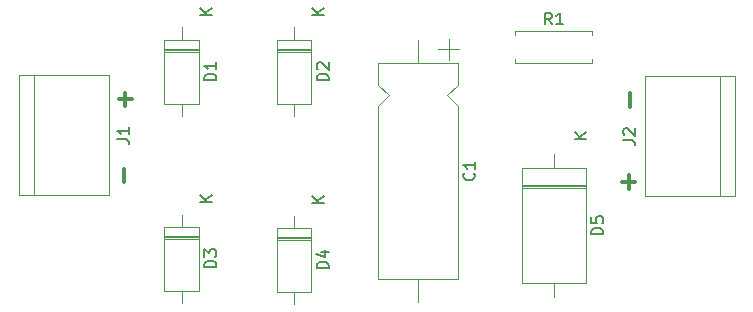
<source format=gbr>
G04 #@! TF.GenerationSoftware,KiCad,Pcbnew,8.0.6*
G04 #@! TF.CreationDate,2025-09-25T22:41:13-06:00*
G04 #@! TF.ProjectId,CargadorWalkieTalkie,43617267-6164-46f7-9257-616c6b696554,0.0*
G04 #@! TF.SameCoordinates,Original*
G04 #@! TF.FileFunction,Legend,Top*
G04 #@! TF.FilePolarity,Positive*
%FSLAX46Y46*%
G04 Gerber Fmt 4.6, Leading zero omitted, Abs format (unit mm)*
G04 Created by KiCad (PCBNEW 8.0.6) date 2025-09-25 22:41:13*
%MOMM*%
%LPD*%
G01*
G04 APERTURE LIST*
%ADD10C,0.300000*%
%ADD11C,0.150000*%
%ADD12C,0.120000*%
%ADD13C,1.600000*%
%ADD14O,1.600000X1.600000*%
%ADD15R,2.400000X2.400000*%
%ADD16O,2.400000X2.400000*%
%ADD17R,2.600000X2.600000*%
%ADD18O,2.600000X2.600000*%
%ADD19R,2.200000X2.200000*%
%ADD20O,2.200000X2.200000*%
%ADD21R,3.000000X3.000000*%
%ADD22C,3.000000*%
G04 APERTURE END LIST*
D10*
X143429400Y-86045489D02*
X143429400Y-84902632D01*
X142754510Y-92429400D02*
X143897368Y-92429400D01*
X143325939Y-93000828D02*
X143325939Y-91857971D01*
X100629400Y-92445489D02*
X100629400Y-91302632D01*
X100154510Y-85429400D02*
X101297368Y-85429400D01*
X100725939Y-86000828D02*
X100725939Y-84857971D01*
D11*
X136833333Y-79084819D02*
X136500000Y-78608628D01*
X136261905Y-79084819D02*
X136261905Y-78084819D01*
X136261905Y-78084819D02*
X136642857Y-78084819D01*
X136642857Y-78084819D02*
X136738095Y-78132438D01*
X136738095Y-78132438D02*
X136785714Y-78180057D01*
X136785714Y-78180057D02*
X136833333Y-78275295D01*
X136833333Y-78275295D02*
X136833333Y-78418152D01*
X136833333Y-78418152D02*
X136785714Y-78513390D01*
X136785714Y-78513390D02*
X136738095Y-78561009D01*
X136738095Y-78561009D02*
X136642857Y-78608628D01*
X136642857Y-78608628D02*
X136261905Y-78608628D01*
X137785714Y-79084819D02*
X137214286Y-79084819D01*
X137500000Y-79084819D02*
X137500000Y-78084819D01*
X137500000Y-78084819D02*
X137404762Y-78227676D01*
X137404762Y-78227676D02*
X137309524Y-78322914D01*
X137309524Y-78322914D02*
X137214286Y-78370533D01*
X130229580Y-91666666D02*
X130277200Y-91714285D01*
X130277200Y-91714285D02*
X130324819Y-91857142D01*
X130324819Y-91857142D02*
X130324819Y-91952380D01*
X130324819Y-91952380D02*
X130277200Y-92095237D01*
X130277200Y-92095237D02*
X130181961Y-92190475D01*
X130181961Y-92190475D02*
X130086723Y-92238094D01*
X130086723Y-92238094D02*
X129896247Y-92285713D01*
X129896247Y-92285713D02*
X129753390Y-92285713D01*
X129753390Y-92285713D02*
X129562914Y-92238094D01*
X129562914Y-92238094D02*
X129467676Y-92190475D01*
X129467676Y-92190475D02*
X129372438Y-92095237D01*
X129372438Y-92095237D02*
X129324819Y-91952380D01*
X129324819Y-91952380D02*
X129324819Y-91857142D01*
X129324819Y-91857142D02*
X129372438Y-91714285D01*
X129372438Y-91714285D02*
X129420057Y-91666666D01*
X130324819Y-90714285D02*
X130324819Y-91285713D01*
X130324819Y-90999999D02*
X129324819Y-90999999D01*
X129324819Y-90999999D02*
X129467676Y-91095237D01*
X129467676Y-91095237D02*
X129562914Y-91190475D01*
X129562914Y-91190475D02*
X129610533Y-91285713D01*
X141179819Y-96858094D02*
X140179819Y-96858094D01*
X140179819Y-96858094D02*
X140179819Y-96619999D01*
X140179819Y-96619999D02*
X140227438Y-96477142D01*
X140227438Y-96477142D02*
X140322676Y-96381904D01*
X140322676Y-96381904D02*
X140417914Y-96334285D01*
X140417914Y-96334285D02*
X140608390Y-96286666D01*
X140608390Y-96286666D02*
X140751247Y-96286666D01*
X140751247Y-96286666D02*
X140941723Y-96334285D01*
X140941723Y-96334285D02*
X141036961Y-96381904D01*
X141036961Y-96381904D02*
X141132200Y-96477142D01*
X141132200Y-96477142D02*
X141179819Y-96619999D01*
X141179819Y-96619999D02*
X141179819Y-96858094D01*
X140179819Y-95381904D02*
X140179819Y-95858094D01*
X140179819Y-95858094D02*
X140656009Y-95905713D01*
X140656009Y-95905713D02*
X140608390Y-95858094D01*
X140608390Y-95858094D02*
X140560771Y-95762856D01*
X140560771Y-95762856D02*
X140560771Y-95524761D01*
X140560771Y-95524761D02*
X140608390Y-95429523D01*
X140608390Y-95429523D02*
X140656009Y-95381904D01*
X140656009Y-95381904D02*
X140751247Y-95334285D01*
X140751247Y-95334285D02*
X140989342Y-95334285D01*
X140989342Y-95334285D02*
X141084580Y-95381904D01*
X141084580Y-95381904D02*
X141132200Y-95429523D01*
X141132200Y-95429523D02*
X141179819Y-95524761D01*
X141179819Y-95524761D02*
X141179819Y-95762856D01*
X141179819Y-95762856D02*
X141132200Y-95858094D01*
X141132200Y-95858094D02*
X141084580Y-95905713D01*
X139754819Y-88761904D02*
X138754819Y-88761904D01*
X139754819Y-88190476D02*
X139183390Y-88619047D01*
X138754819Y-88190476D02*
X139326247Y-88761904D01*
X108424819Y-83818094D02*
X107424819Y-83818094D01*
X107424819Y-83818094D02*
X107424819Y-83579999D01*
X107424819Y-83579999D02*
X107472438Y-83437142D01*
X107472438Y-83437142D02*
X107567676Y-83341904D01*
X107567676Y-83341904D02*
X107662914Y-83294285D01*
X107662914Y-83294285D02*
X107853390Y-83246666D01*
X107853390Y-83246666D02*
X107996247Y-83246666D01*
X107996247Y-83246666D02*
X108186723Y-83294285D01*
X108186723Y-83294285D02*
X108281961Y-83341904D01*
X108281961Y-83341904D02*
X108377200Y-83437142D01*
X108377200Y-83437142D02*
X108424819Y-83579999D01*
X108424819Y-83579999D02*
X108424819Y-83818094D01*
X108424819Y-82294285D02*
X108424819Y-82865713D01*
X108424819Y-82579999D02*
X107424819Y-82579999D01*
X107424819Y-82579999D02*
X107567676Y-82675237D01*
X107567676Y-82675237D02*
X107662914Y-82770475D01*
X107662914Y-82770475D02*
X107710533Y-82865713D01*
X108054819Y-78261904D02*
X107054819Y-78261904D01*
X108054819Y-77690476D02*
X107483390Y-78119047D01*
X107054819Y-77690476D02*
X107626247Y-78261904D01*
X108424819Y-99658094D02*
X107424819Y-99658094D01*
X107424819Y-99658094D02*
X107424819Y-99419999D01*
X107424819Y-99419999D02*
X107472438Y-99277142D01*
X107472438Y-99277142D02*
X107567676Y-99181904D01*
X107567676Y-99181904D02*
X107662914Y-99134285D01*
X107662914Y-99134285D02*
X107853390Y-99086666D01*
X107853390Y-99086666D02*
X107996247Y-99086666D01*
X107996247Y-99086666D02*
X108186723Y-99134285D01*
X108186723Y-99134285D02*
X108281961Y-99181904D01*
X108281961Y-99181904D02*
X108377200Y-99277142D01*
X108377200Y-99277142D02*
X108424819Y-99419999D01*
X108424819Y-99419999D02*
X108424819Y-99658094D01*
X107424819Y-98753332D02*
X107424819Y-98134285D01*
X107424819Y-98134285D02*
X107805771Y-98467618D01*
X107805771Y-98467618D02*
X107805771Y-98324761D01*
X107805771Y-98324761D02*
X107853390Y-98229523D01*
X107853390Y-98229523D02*
X107901009Y-98181904D01*
X107901009Y-98181904D02*
X107996247Y-98134285D01*
X107996247Y-98134285D02*
X108234342Y-98134285D01*
X108234342Y-98134285D02*
X108329580Y-98181904D01*
X108329580Y-98181904D02*
X108377200Y-98229523D01*
X108377200Y-98229523D02*
X108424819Y-98324761D01*
X108424819Y-98324761D02*
X108424819Y-98610475D01*
X108424819Y-98610475D02*
X108377200Y-98705713D01*
X108377200Y-98705713D02*
X108329580Y-98753332D01*
X108054819Y-94101904D02*
X107054819Y-94101904D01*
X108054819Y-93530476D02*
X107483390Y-93959047D01*
X107054819Y-93530476D02*
X107626247Y-94101904D01*
X117924819Y-83818094D02*
X116924819Y-83818094D01*
X116924819Y-83818094D02*
X116924819Y-83579999D01*
X116924819Y-83579999D02*
X116972438Y-83437142D01*
X116972438Y-83437142D02*
X117067676Y-83341904D01*
X117067676Y-83341904D02*
X117162914Y-83294285D01*
X117162914Y-83294285D02*
X117353390Y-83246666D01*
X117353390Y-83246666D02*
X117496247Y-83246666D01*
X117496247Y-83246666D02*
X117686723Y-83294285D01*
X117686723Y-83294285D02*
X117781961Y-83341904D01*
X117781961Y-83341904D02*
X117877200Y-83437142D01*
X117877200Y-83437142D02*
X117924819Y-83579999D01*
X117924819Y-83579999D02*
X117924819Y-83818094D01*
X117020057Y-82865713D02*
X116972438Y-82818094D01*
X116972438Y-82818094D02*
X116924819Y-82722856D01*
X116924819Y-82722856D02*
X116924819Y-82484761D01*
X116924819Y-82484761D02*
X116972438Y-82389523D01*
X116972438Y-82389523D02*
X117020057Y-82341904D01*
X117020057Y-82341904D02*
X117115295Y-82294285D01*
X117115295Y-82294285D02*
X117210533Y-82294285D01*
X117210533Y-82294285D02*
X117353390Y-82341904D01*
X117353390Y-82341904D02*
X117924819Y-82913332D01*
X117924819Y-82913332D02*
X117924819Y-82294285D01*
X117554819Y-78261904D02*
X116554819Y-78261904D01*
X117554819Y-77690476D02*
X116983390Y-78119047D01*
X116554819Y-77690476D02*
X117126247Y-78261904D01*
X142874819Y-88873333D02*
X143589104Y-88873333D01*
X143589104Y-88873333D02*
X143731961Y-88920952D01*
X143731961Y-88920952D02*
X143827200Y-89016190D01*
X143827200Y-89016190D02*
X143874819Y-89159047D01*
X143874819Y-89159047D02*
X143874819Y-89254285D01*
X142970057Y-88444761D02*
X142922438Y-88397142D01*
X142922438Y-88397142D02*
X142874819Y-88301904D01*
X142874819Y-88301904D02*
X142874819Y-88063809D01*
X142874819Y-88063809D02*
X142922438Y-87968571D01*
X142922438Y-87968571D02*
X142970057Y-87920952D01*
X142970057Y-87920952D02*
X143065295Y-87873333D01*
X143065295Y-87873333D02*
X143160533Y-87873333D01*
X143160533Y-87873333D02*
X143303390Y-87920952D01*
X143303390Y-87920952D02*
X143874819Y-88492380D01*
X143874819Y-88492380D02*
X143874819Y-87873333D01*
X100034819Y-88793333D02*
X100749104Y-88793333D01*
X100749104Y-88793333D02*
X100891961Y-88840952D01*
X100891961Y-88840952D02*
X100987200Y-88936190D01*
X100987200Y-88936190D02*
X101034819Y-89079047D01*
X101034819Y-89079047D02*
X101034819Y-89174285D01*
X101034819Y-87793333D02*
X101034819Y-88364761D01*
X101034819Y-88079047D02*
X100034819Y-88079047D01*
X100034819Y-88079047D02*
X100177676Y-88174285D01*
X100177676Y-88174285D02*
X100272914Y-88269523D01*
X100272914Y-88269523D02*
X100320533Y-88364761D01*
X117924819Y-99738094D02*
X116924819Y-99738094D01*
X116924819Y-99738094D02*
X116924819Y-99499999D01*
X116924819Y-99499999D02*
X116972438Y-99357142D01*
X116972438Y-99357142D02*
X117067676Y-99261904D01*
X117067676Y-99261904D02*
X117162914Y-99214285D01*
X117162914Y-99214285D02*
X117353390Y-99166666D01*
X117353390Y-99166666D02*
X117496247Y-99166666D01*
X117496247Y-99166666D02*
X117686723Y-99214285D01*
X117686723Y-99214285D02*
X117781961Y-99261904D01*
X117781961Y-99261904D02*
X117877200Y-99357142D01*
X117877200Y-99357142D02*
X117924819Y-99499999D01*
X117924819Y-99499999D02*
X117924819Y-99738094D01*
X117258152Y-98309523D02*
X117924819Y-98309523D01*
X116877200Y-98547618D02*
X117591485Y-98785713D01*
X117591485Y-98785713D02*
X117591485Y-98166666D01*
X117554819Y-94181904D02*
X116554819Y-94181904D01*
X117554819Y-93610476D02*
X116983390Y-94039047D01*
X116554819Y-93610476D02*
X117126247Y-94181904D01*
D12*
X133730000Y-79630000D02*
X140270000Y-79630000D01*
X133730000Y-79960000D02*
X133730000Y-79630000D01*
X133730000Y-82040000D02*
X133730000Y-82370000D01*
X133730000Y-82370000D02*
X140270000Y-82370000D01*
X140270000Y-79630000D02*
X140270000Y-79960000D01*
X140270000Y-82370000D02*
X140270000Y-82040000D01*
X122130000Y-82380000D02*
X122130000Y-84180000D01*
X122130000Y-84180000D02*
X123030000Y-85080000D01*
X122130000Y-85980000D02*
X122130000Y-100620000D01*
X123030000Y-85080000D02*
X122130000Y-85980000D01*
X125500000Y-80440000D02*
X125500000Y-82380000D01*
X125500000Y-102560000D02*
X125500000Y-100620000D01*
X127970000Y-85080000D02*
X128870000Y-85980000D01*
X128100000Y-80280000D02*
X128100000Y-82080000D01*
X128870000Y-82380000D02*
X122130000Y-82380000D01*
X128870000Y-82380000D02*
X128870000Y-84180000D01*
X128870000Y-84180000D02*
X127970000Y-85080000D01*
X128870000Y-85980000D02*
X128870000Y-100620000D01*
X128870000Y-100620000D02*
X122130000Y-100620000D01*
X129000000Y-81180000D02*
X127200000Y-81180000D01*
X134275000Y-91235000D02*
X134275000Y-101005000D01*
X134275000Y-101005000D02*
X139725000Y-101005000D01*
X137000000Y-90040000D02*
X137000000Y-91235000D01*
X137000000Y-102200000D02*
X137000000Y-101005000D01*
X139725000Y-91235000D02*
X134275000Y-91235000D01*
X139725000Y-92664500D02*
X134275000Y-92664500D01*
X139725000Y-92784500D02*
X134275000Y-92784500D01*
X139725000Y-92904500D02*
X134275000Y-92904500D01*
X139725000Y-101005000D02*
X139725000Y-91235000D01*
X104030000Y-80360000D02*
X104030000Y-85800000D01*
X104030000Y-85800000D02*
X106970000Y-85800000D01*
X105500000Y-79340000D02*
X105500000Y-80360000D01*
X105500000Y-86820000D02*
X105500000Y-85800000D01*
X106970000Y-80360000D02*
X104030000Y-80360000D01*
X106970000Y-81140000D02*
X104030000Y-81140000D01*
X106970000Y-81260000D02*
X104030000Y-81260000D01*
X106970000Y-81380000D02*
X104030000Y-81380000D01*
X106970000Y-85800000D02*
X106970000Y-80360000D01*
X104030000Y-96200000D02*
X104030000Y-101640000D01*
X104030000Y-101640000D02*
X106970000Y-101640000D01*
X105500000Y-95180000D02*
X105500000Y-96200000D01*
X105500000Y-102660000D02*
X105500000Y-101640000D01*
X106970000Y-96200000D02*
X104030000Y-96200000D01*
X106970000Y-96980000D02*
X104030000Y-96980000D01*
X106970000Y-97100000D02*
X104030000Y-97100000D01*
X106970000Y-97220000D02*
X104030000Y-97220000D01*
X106970000Y-101640000D02*
X106970000Y-96200000D01*
X113530000Y-80360000D02*
X113530000Y-85800000D01*
X113530000Y-85800000D02*
X116470000Y-85800000D01*
X115000000Y-79340000D02*
X115000000Y-80360000D01*
X115000000Y-86820000D02*
X115000000Y-85800000D01*
X116470000Y-80360000D02*
X113530000Y-80360000D01*
X116470000Y-81140000D02*
X113530000Y-81140000D01*
X116470000Y-81260000D02*
X113530000Y-81260000D01*
X116470000Y-81380000D02*
X113530000Y-81380000D01*
X116470000Y-85800000D02*
X116470000Y-80360000D01*
X152310000Y-93620000D02*
X152310000Y-83460000D01*
X152310000Y-83460000D02*
X144690000Y-83460000D01*
X151040000Y-83460000D02*
X151040000Y-93620000D01*
X144690000Y-93620000D02*
X152310000Y-93620000D01*
X144690000Y-83460000D02*
X144690000Y-93620000D01*
X91690000Y-83380000D02*
X91690000Y-93540000D01*
X91690000Y-93540000D02*
X99310000Y-93540000D01*
X92960000Y-93540000D02*
X92960000Y-83380000D01*
X99310000Y-83380000D02*
X91690000Y-83380000D01*
X99310000Y-93540000D02*
X99310000Y-83380000D01*
X113530000Y-96280000D02*
X113530000Y-101720000D01*
X113530000Y-101720000D02*
X116470000Y-101720000D01*
X115000000Y-95260000D02*
X115000000Y-96280000D01*
X115000000Y-102740000D02*
X115000000Y-101720000D01*
X116470000Y-96280000D02*
X113530000Y-96280000D01*
X116470000Y-97060000D02*
X113530000Y-97060000D01*
X116470000Y-97180000D02*
X113530000Y-97180000D01*
X116470000Y-97300000D02*
X113530000Y-97300000D01*
X116470000Y-101720000D02*
X116470000Y-96280000D01*
%LPC*%
D13*
X133190000Y-81000000D03*
D14*
X140810000Y-81000000D03*
D15*
X125500000Y-79000000D03*
D16*
X125500000Y-104000000D03*
D17*
X137000000Y-88500000D03*
D18*
X137000000Y-103740000D03*
D19*
X105500000Y-78000000D03*
D20*
X105500000Y-88160000D03*
D19*
X105500000Y-93840000D03*
D20*
X105500000Y-104000000D03*
D19*
X115000000Y-78000000D03*
D20*
X115000000Y-88160000D03*
D21*
X148500000Y-91080000D03*
D22*
X148500000Y-86000000D03*
D21*
X95500000Y-85920000D03*
D22*
X95500000Y-91000000D03*
D19*
X115000000Y-93920000D03*
D20*
X115000000Y-104080000D03*
%LPD*%
M02*

</source>
